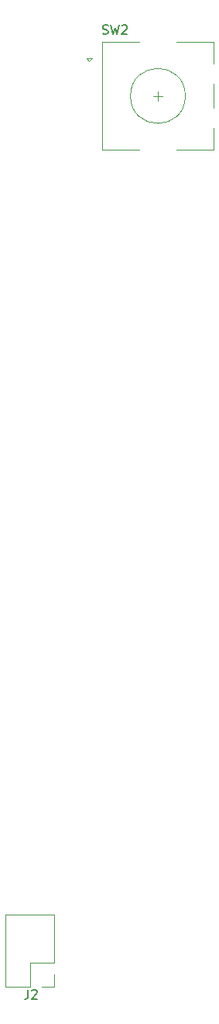
<source format=gbr>
%TF.GenerationSoftware,KiCad,Pcbnew,9.0.2*%
%TF.CreationDate,2025-07-25T12:30:51-06:00*%
%TF.ProjectId,keypadV2-compact,6b657970-6164-4563-922d-636f6d706163,rev?*%
%TF.SameCoordinates,Original*%
%TF.FileFunction,Legend,Top*%
%TF.FilePolarity,Positive*%
%FSLAX46Y46*%
G04 Gerber Fmt 4.6, Leading zero omitted, Abs format (unit mm)*
G04 Created by KiCad (PCBNEW 9.0.2) date 2025-07-25 12:30:51*
%MOMM*%
%LPD*%
G01*
G04 APERTURE LIST*
%ADD10C,0.150000*%
%ADD11C,0.120000*%
G04 APERTURE END LIST*
D10*
X155971666Y-230904819D02*
X155971666Y-231619104D01*
X155971666Y-231619104D02*
X155924047Y-231761961D01*
X155924047Y-231761961D02*
X155828809Y-231857200D01*
X155828809Y-231857200D02*
X155685952Y-231904819D01*
X155685952Y-231904819D02*
X155590714Y-231904819D01*
X156400238Y-231000057D02*
X156447857Y-230952438D01*
X156447857Y-230952438D02*
X156543095Y-230904819D01*
X156543095Y-230904819D02*
X156781190Y-230904819D01*
X156781190Y-230904819D02*
X156876428Y-230952438D01*
X156876428Y-230952438D02*
X156924047Y-231000057D01*
X156924047Y-231000057D02*
X156971666Y-231095295D01*
X156971666Y-231095295D02*
X156971666Y-231190533D01*
X156971666Y-231190533D02*
X156924047Y-231333390D01*
X156924047Y-231333390D02*
X156352619Y-231904819D01*
X156352619Y-231904819D02*
X156971666Y-231904819D01*
X164146667Y-126557200D02*
X164289524Y-126604819D01*
X164289524Y-126604819D02*
X164527619Y-126604819D01*
X164527619Y-126604819D02*
X164622857Y-126557200D01*
X164622857Y-126557200D02*
X164670476Y-126509580D01*
X164670476Y-126509580D02*
X164718095Y-126414342D01*
X164718095Y-126414342D02*
X164718095Y-126319104D01*
X164718095Y-126319104D02*
X164670476Y-126223866D01*
X164670476Y-126223866D02*
X164622857Y-126176247D01*
X164622857Y-126176247D02*
X164527619Y-126128628D01*
X164527619Y-126128628D02*
X164337143Y-126081009D01*
X164337143Y-126081009D02*
X164241905Y-126033390D01*
X164241905Y-126033390D02*
X164194286Y-125985771D01*
X164194286Y-125985771D02*
X164146667Y-125890533D01*
X164146667Y-125890533D02*
X164146667Y-125795295D01*
X164146667Y-125795295D02*
X164194286Y-125700057D01*
X164194286Y-125700057D02*
X164241905Y-125652438D01*
X164241905Y-125652438D02*
X164337143Y-125604819D01*
X164337143Y-125604819D02*
X164575238Y-125604819D01*
X164575238Y-125604819D02*
X164718095Y-125652438D01*
X165051429Y-125604819D02*
X165289524Y-126604819D01*
X165289524Y-126604819D02*
X165480000Y-125890533D01*
X165480000Y-125890533D02*
X165670476Y-126604819D01*
X165670476Y-126604819D02*
X165908572Y-125604819D01*
X166241905Y-125700057D02*
X166289524Y-125652438D01*
X166289524Y-125652438D02*
X166384762Y-125604819D01*
X166384762Y-125604819D02*
X166622857Y-125604819D01*
X166622857Y-125604819D02*
X166718095Y-125652438D01*
X166718095Y-125652438D02*
X166765714Y-125700057D01*
X166765714Y-125700057D02*
X166813333Y-125795295D01*
X166813333Y-125795295D02*
X166813333Y-125890533D01*
X166813333Y-125890533D02*
X166765714Y-126033390D01*
X166765714Y-126033390D02*
X166194286Y-126604819D01*
X166194286Y-126604819D02*
X166813333Y-126604819D01*
D11*
%TO.C,J2*%
X153535000Y-230570000D02*
X153535000Y-222730000D01*
X156185000Y-227920000D02*
X156185000Y-230570000D01*
X156185000Y-230570000D02*
X153535000Y-230570000D01*
X158835000Y-222730000D02*
X153535000Y-222730000D01*
X158835000Y-227920000D02*
X156185000Y-227920000D01*
X158835000Y-227920000D02*
X158835000Y-222730000D01*
X158835000Y-229190000D02*
X158835000Y-230570000D01*
X158835000Y-230570000D02*
X157455000Y-230570000D01*
%TO.C,SW2*%
X162380000Y-129250000D02*
X162980000Y-129250000D01*
X162680000Y-129550000D02*
X162380000Y-129250000D01*
X162980000Y-129250000D02*
X162680000Y-129550000D01*
X164080000Y-127450000D02*
X164080000Y-139250000D01*
X168180000Y-127450000D02*
X164080000Y-127450000D01*
X168180000Y-139250000D02*
X164080000Y-139250000D01*
X169680000Y-133350000D02*
X170680000Y-133350000D01*
X170180000Y-132850000D02*
X170180000Y-133850000D01*
X172180000Y-127450000D02*
X176280000Y-127450000D01*
X176280000Y-127450000D02*
X176280000Y-129850000D01*
X176280000Y-132050000D02*
X176280000Y-134650000D01*
X176280000Y-136850000D02*
X176280000Y-139250000D01*
X176280000Y-139250000D02*
X172180000Y-139250000D01*
X173180000Y-133350000D02*
G75*
G02*
X167180000Y-133350000I-3000000J0D01*
G01*
X167180000Y-133350000D02*
G75*
G02*
X173180000Y-133350000I3000000J0D01*
G01*
%TD*%
M02*

</source>
